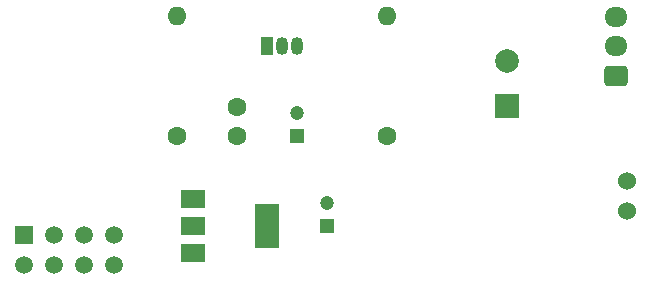
<source format=gbr>
%TF.GenerationSoftware,KiCad,Pcbnew,6.0.6-3a73a75311~116~ubuntu20.04.1*%
%TF.CreationDate,2022-07-17T11:06:13-05:00*%
%TF.ProjectId,esp_ha_integrator,6573705f-6861-45f6-996e-746567726174,rev?*%
%TF.SameCoordinates,Original*%
%TF.FileFunction,Soldermask,Top*%
%TF.FilePolarity,Negative*%
%FSLAX46Y46*%
G04 Gerber Fmt 4.6, Leading zero omitted, Abs format (unit mm)*
G04 Created by KiCad (PCBNEW 6.0.6-3a73a75311~116~ubuntu20.04.1) date 2022-07-17 11:06:13*
%MOMM*%
%LPD*%
G01*
G04 APERTURE LIST*
G04 Aperture macros list*
%AMRoundRect*
0 Rectangle with rounded corners*
0 $1 Rounding radius*
0 $2 $3 $4 $5 $6 $7 $8 $9 X,Y pos of 4 corners*
0 Add a 4 corners polygon primitive as box body*
4,1,4,$2,$3,$4,$5,$6,$7,$8,$9,$2,$3,0*
0 Add four circle primitives for the rounded corners*
1,1,$1+$1,$2,$3*
1,1,$1+$1,$4,$5*
1,1,$1+$1,$6,$7*
1,1,$1+$1,$8,$9*
0 Add four rect primitives between the rounded corners*
20,1,$1+$1,$2,$3,$4,$5,0*
20,1,$1+$1,$4,$5,$6,$7,0*
20,1,$1+$1,$6,$7,$8,$9,0*
20,1,$1+$1,$8,$9,$2,$3,0*%
G04 Aperture macros list end*
%ADD10R,1.500000X1.500000*%
%ADD11C,1.500000*%
%ADD12RoundRect,0.250000X0.725000X-0.600000X0.725000X0.600000X-0.725000X0.600000X-0.725000X-0.600000X0*%
%ADD13O,1.950000X1.700000*%
%ADD14C,1.524000*%
%ADD15R,1.050000X1.500000*%
%ADD16O,1.050000X1.500000*%
%ADD17C,1.600000*%
%ADD18O,1.600000X1.600000*%
%ADD19R,1.200000X1.200000*%
%ADD20C,1.200000*%
%ADD21R,2.000000X2.000000*%
%ADD22C,2.000000*%
%ADD23R,2.000000X1.500000*%
%ADD24R,2.000000X3.800000*%
G04 APERTURE END LIST*
D10*
%TO.C,U1*%
X119155000Y-97300000D03*
D11*
X121695000Y-97300000D03*
X124235000Y-97300000D03*
X126775000Y-97300000D03*
X119155000Y-99840000D03*
X121695000Y-99840000D03*
X124235000Y-99840000D03*
X126775000Y-99840000D03*
%TD*%
D12*
%TO.C,J2*%
X169270000Y-83780000D03*
D13*
X169270000Y-81280000D03*
X169270000Y-78780000D03*
%TD*%
D14*
%TO.C,J1*%
X170180000Y-95240000D03*
X170180000Y-92720000D03*
%TD*%
D15*
%TO.C,Q1*%
X139700000Y-81280000D03*
D16*
X140970000Y-81280000D03*
X142240000Y-81280000D03*
%TD*%
D17*
%TO.C,R2*%
X149860000Y-88900000D03*
D18*
X149860000Y-78740000D03*
%TD*%
D19*
%TO.C,C3*%
X144780000Y-96520000D03*
D20*
X144780000Y-94520000D03*
%TD*%
D17*
%TO.C,C1*%
X137120000Y-88900000D03*
X137120000Y-86400000D03*
%TD*%
D19*
%TO.C,C2*%
X142240000Y-88900000D03*
D20*
X142240000Y-86900000D03*
%TD*%
D21*
%TO.C,C4*%
X160020000Y-86360000D03*
D22*
X160020000Y-82560000D03*
%TD*%
D17*
%TO.C,R1*%
X132080000Y-88900000D03*
D18*
X132080000Y-78740000D03*
%TD*%
D23*
%TO.C,U2*%
X133400000Y-94220000D03*
X133400000Y-96520000D03*
D24*
X139700000Y-96520000D03*
D23*
X133400000Y-98820000D03*
%TD*%
M02*

</source>
